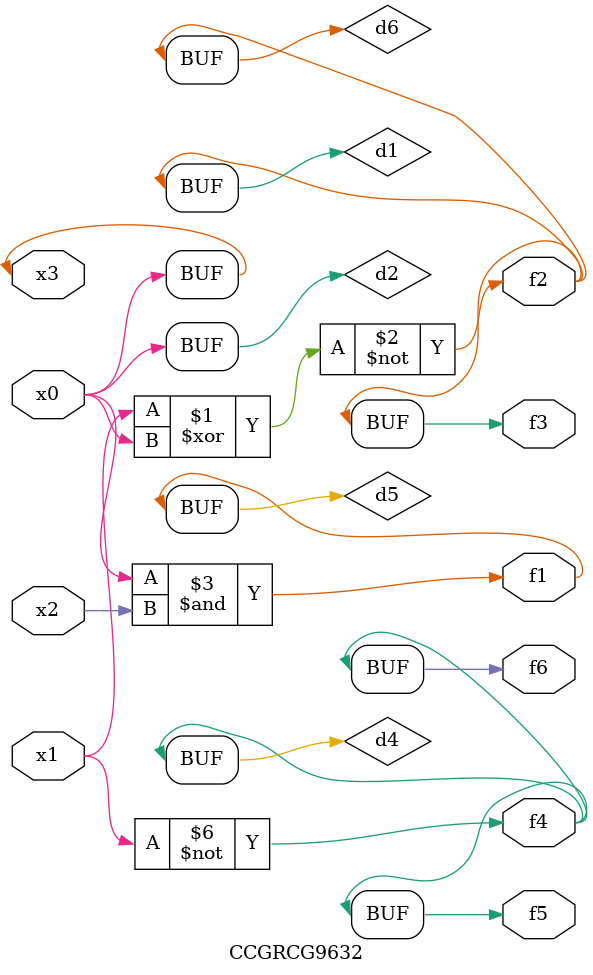
<source format=v>
module CCGRCG9632(
	input x0, x1, x2, x3,
	output f1, f2, f3, f4, f5, f6
);

	wire d1, d2, d3, d4, d5, d6;

	xnor (d1, x1, x3);
	buf (d2, x0, x3);
	nand (d3, x0, x2);
	not (d4, x1);
	nand (d5, d3);
	or (d6, d1);
	assign f1 = d5;
	assign f2 = d6;
	assign f3 = d6;
	assign f4 = d4;
	assign f5 = d4;
	assign f6 = d4;
endmodule

</source>
